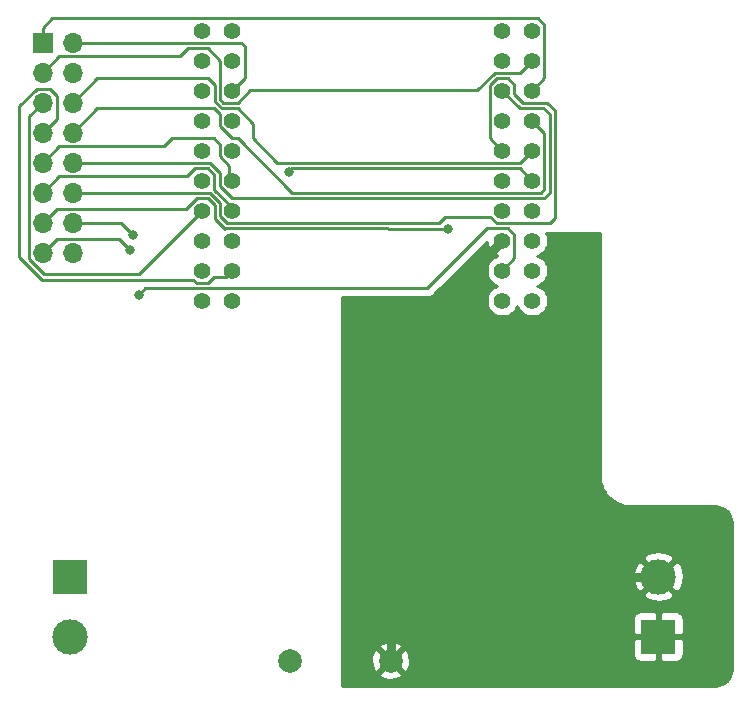
<source format=gbr>
%TF.GenerationSoftware,KiCad,Pcbnew,(5.1.9)-1*%
%TF.CreationDate,2021-04-28T16:43:29+10:00*%
%TF.ProjectId,ESP32-D1Mini-HUB75,45535033-322d-4443-914d-696e692d4855,rev?*%
%TF.SameCoordinates,Original*%
%TF.FileFunction,Copper,L1,Top*%
%TF.FilePolarity,Positive*%
%FSLAX46Y46*%
G04 Gerber Fmt 4.6, Leading zero omitted, Abs format (unit mm)*
G04 Created by KiCad (PCBNEW (5.1.9)-1) date 2021-04-28 16:43:29*
%MOMM*%
%LPD*%
G01*
G04 APERTURE LIST*
%TA.AperFunction,ComponentPad*%
%ADD10C,2.000000*%
%TD*%
%TA.AperFunction,ComponentPad*%
%ADD11C,1.400000*%
%TD*%
%TA.AperFunction,ComponentPad*%
%ADD12O,1.700000X1.700000*%
%TD*%
%TA.AperFunction,ComponentPad*%
%ADD13R,1.700000X1.700000*%
%TD*%
%TA.AperFunction,ComponentPad*%
%ADD14C,3.000000*%
%TD*%
%TA.AperFunction,ComponentPad*%
%ADD15R,3.000000X3.000000*%
%TD*%
%TA.AperFunction,ViaPad*%
%ADD16C,0.800000*%
%TD*%
%TA.AperFunction,Conductor*%
%ADD17C,0.750000*%
%TD*%
%TA.AperFunction,Conductor*%
%ADD18C,0.250000*%
%TD*%
%TA.AperFunction,Conductor*%
%ADD19C,0.254000*%
%TD*%
%TA.AperFunction,Conductor*%
%ADD20C,0.100000*%
%TD*%
G04 APERTURE END LIST*
D10*
%TO.P,J1,2*%
%TO.N,GND*%
X94810000Y-170180000D03*
%TO.P,J1,1*%
%TO.N,+5V*%
X103310000Y-170180000D03*
%TD*%
D11*
%TO.P,U1,2*%
%TO.N,Net-(U1-Pad2)*%
X89916000Y-116840000D03*
%TO.P,U1,1*%
%TO.N,GND*%
X87376000Y-116840000D03*
%TO.P,U1,3*%
%TO.N,Net-(U1-Pad3)*%
X87376000Y-119380000D03*
%TO.P,U1,4*%
%TO.N,Net-(U1-Pad4)*%
X89916000Y-119380000D03*
%TO.P,U1,5*%
%TO.N,Net-(U1-Pad5)*%
X87376000Y-121920000D03*
%TO.P,U1,6*%
%TO.N,/G0*%
X89916000Y-121920000D03*
%TO.P,U1,7*%
%TO.N,Net-(U1-Pad7)*%
X87376000Y-124460000D03*
%TO.P,U1,8*%
%TO.N,Net-(U1-Pad8)*%
X89916000Y-124460000D03*
%TO.P,U1,9*%
%TO.N,Net-(U1-Pad9)*%
X87376000Y-127000000D03*
%TO.P,U1,10*%
%TO.N,Net-(U1-Pad10)*%
X89916000Y-127000000D03*
%TO.P,U1,11*%
%TO.N,Net-(U1-Pad11)*%
X87376000Y-129540000D03*
%TO.P,U1,12*%
%TO.N,/A0*%
X89916000Y-129540000D03*
%TO.P,U1,13*%
%TO.N,/R1*%
X87376000Y-132080000D03*
%TO.P,U1,14*%
%TO.N,/A2*%
X89916000Y-132080000D03*
%TO.P,U1,15*%
%TO.N,Net-(U1-Pad15)*%
X87376000Y-134620000D03*
%TO.P,U1,16*%
%TO.N,Net-(U1-Pad16)*%
X89916000Y-134620000D03*
%TO.P,U1,17*%
%TO.N,Net-(U1-Pad17)*%
X87376000Y-137160000D03*
%TO.P,U1,18*%
%TO.N,/B1*%
X89916000Y-137160000D03*
%TO.P,U1,19*%
%TO.N,Net-(U1-Pad19)*%
X87376000Y-139700000D03*
%TO.P,U1,20*%
%TO.N,Net-(U1-Pad20)*%
X89916000Y-139700000D03*
%TO.P,U1,21*%
%TO.N,Net-(U1-Pad21)*%
X112776000Y-116840000D03*
%TO.P,U1,22*%
%TO.N,GND*%
X115316000Y-116840000D03*
%TO.P,U1,23*%
%TO.N,Net-(U1-Pad23)*%
X112776000Y-119380000D03*
%TO.P,U1,24*%
%TO.N,/B0*%
X115316000Y-119380000D03*
%TO.P,U1,25*%
%TO.N,/A1*%
X112776000Y-121920000D03*
%TO.P,U1,26*%
%TO.N,/R0*%
X115316000Y-121920000D03*
%TO.P,U1,27*%
%TO.N,Net-(U1-Pad27)*%
X112776000Y-124460000D03*
%TO.P,U1,28*%
%TO.N,/A4*%
X115316000Y-124460000D03*
%TO.P,U1,29*%
%TO.N,/A3*%
X112776000Y-127000000D03*
%TO.P,U1,30*%
%TO.N,/G1*%
X115316000Y-127000000D03*
%TO.P,U1,31*%
%TO.N,/Clock*%
X112776000Y-129540000D03*
%TO.P,U1,32*%
%TO.N,/Latch*%
X115316000Y-129540000D03*
%TO.P,U1,33*%
%TO.N,GND*%
X112776000Y-132080000D03*
%TO.P,U1,34*%
%TO.N,Net-(U1-Pad34)*%
X115316000Y-132080000D03*
%TO.P,U1,35*%
%TO.N,+5V*%
X112776000Y-134620000D03*
%TO.P,U1,36*%
%TO.N,Net-(U1-Pad36)*%
X115316000Y-134620000D03*
%TO.P,U1,37*%
%TO.N,/Blank*%
X112776000Y-137160000D03*
%TO.P,U1,38*%
%TO.N,Net-(U1-Pad38)*%
X115316000Y-137160000D03*
%TO.P,U1,39*%
%TO.N,Net-(U1-Pad39)*%
X112776000Y-139700000D03*
%TO.P,U1,40*%
%TO.N,Net-(U1-Pad40)*%
X115316000Y-139700000D03*
%TD*%
D12*
%TO.P,J4,16*%
%TO.N,GND*%
X76454000Y-135636000D03*
%TO.P,J4,15*%
%TO.N,/Blank*%
X73914000Y-135636000D03*
%TO.P,J4,14*%
%TO.N,/Latch*%
X76454000Y-133096000D03*
%TO.P,J4,13*%
%TO.N,/Clock*%
X73914000Y-133096000D03*
%TO.P,J4,12*%
%TO.N,/A3*%
X76454000Y-130556000D03*
%TO.P,J4,11*%
%TO.N,/A2*%
X73914000Y-130556000D03*
%TO.P,J4,10*%
%TO.N,/A1*%
X76454000Y-128016000D03*
%TO.P,J4,9*%
%TO.N,/A0*%
X73914000Y-128016000D03*
%TO.P,J4,8*%
%TO.N,/A4*%
X76454000Y-125476000D03*
%TO.P,J4,7*%
%TO.N,/B1*%
X73914000Y-125476000D03*
%TO.P,J4,6*%
%TO.N,/G1*%
X76454000Y-122936000D03*
%TO.P,J4,5*%
%TO.N,/R1*%
X73914000Y-122936000D03*
%TO.P,J4,4*%
%TO.N,GND*%
X76454000Y-120396000D03*
%TO.P,J4,3*%
%TO.N,/B0*%
X73914000Y-120396000D03*
%TO.P,J4,2*%
%TO.N,/G0*%
X76454000Y-117856000D03*
D13*
%TO.P,J4,1*%
%TO.N,/R0*%
X73914000Y-117856000D03*
%TD*%
D14*
%TO.P,J3,2*%
%TO.N,GND*%
X76200000Y-168148000D03*
D15*
%TO.P,J3,1*%
X76200000Y-163068000D03*
%TD*%
D14*
%TO.P,J2,2*%
%TO.N,+5V*%
X125984000Y-163068000D03*
D15*
%TO.P,J2,1*%
X125984000Y-168148000D03*
%TD*%
D16*
%TO.N,/Blank*%
X81280000Y-135382000D03*
X82042000Y-139192000D03*
%TO.N,/Latch*%
X81534000Y-134112000D03*
X94742000Y-128778000D03*
%TO.N,/Clock*%
X108204000Y-133604000D03*
%TD*%
D17*
%TO.N,+5V*%
X103310000Y-144086000D02*
X105283000Y-142113000D01*
X105283000Y-142113000D02*
X112776000Y-134620000D01*
X103242000Y-163068000D02*
X103310000Y-163000000D01*
X103310000Y-163000000D02*
X103310000Y-144086000D01*
X103310000Y-170180000D02*
X103310000Y-163000000D01*
X103378000Y-163068000D02*
X103310000Y-163000000D01*
X125984000Y-163068000D02*
X103378000Y-163068000D01*
D18*
%TO.N,/Blank*%
X75089001Y-134460999D02*
X80358999Y-134460999D01*
X73914000Y-135636000D02*
X75089001Y-134460999D01*
X80358999Y-134460999D02*
X81280000Y-135382000D01*
X82559001Y-138674999D02*
X106435001Y-138674999D01*
X82042000Y-139192000D02*
X82559001Y-138674999D01*
X111515001Y-133594999D02*
X113274999Y-133594999D01*
X106435001Y-138674999D02*
X111515001Y-133594999D01*
X113801001Y-136134999D02*
X112776000Y-137160000D01*
X113801001Y-134121001D02*
X113801001Y-136134999D01*
X113274999Y-133594999D02*
X113801001Y-134121001D01*
%TO.N,/Latch*%
X76454000Y-133096000D02*
X80518000Y-133096000D01*
X80518000Y-133096000D02*
X81534000Y-134112000D01*
X114290999Y-128514999D02*
X115316000Y-129540000D01*
X95005001Y-128514999D02*
X114290999Y-128514999D01*
X94742000Y-128778000D02*
X95005001Y-128514999D01*
%TO.N,/Clock*%
X86883999Y-131054999D02*
X87874999Y-131054999D01*
X73914000Y-133096000D02*
X75089001Y-131920999D01*
X75089001Y-131920999D02*
X86017999Y-131920999D01*
X86017999Y-131920999D02*
X86883999Y-131054999D01*
X88440988Y-132758401D02*
X89286587Y-133604000D01*
X88440988Y-131620988D02*
X88440988Y-132758401D01*
X87874999Y-131054999D02*
X88440988Y-131620988D01*
X89295588Y-133594999D02*
X103114999Y-133594999D01*
X89286587Y-133604000D02*
X89295588Y-133594999D01*
X103124000Y-133604000D02*
X103114999Y-133594999D01*
X108204000Y-133604000D02*
X103124000Y-133604000D01*
%TO.N,/A3*%
X112323986Y-120855012D02*
X111750999Y-121427999D01*
X112283999Y-133105001D02*
X116830999Y-133105001D01*
X76454000Y-130556000D02*
X76463001Y-130565001D01*
X76463001Y-130565001D02*
X88021412Y-130565001D01*
X88021412Y-130565001D02*
X88890999Y-131434588D01*
X88890999Y-131434588D02*
X88890999Y-132572002D01*
X88890999Y-132572002D02*
X89423998Y-133105001D01*
X89423998Y-133105001D02*
X107432999Y-133105001D01*
X111750999Y-125974999D02*
X112776000Y-127000000D01*
X111750999Y-121427999D02*
X111750999Y-125974999D01*
X113228014Y-120855012D02*
X112323986Y-120855012D01*
X113801001Y-121427999D02*
X113228014Y-120855012D01*
X113801001Y-122183001D02*
X113801001Y-121427999D01*
X116830999Y-133105001D02*
X117241023Y-132694977D01*
X114563001Y-122945001D02*
X113801001Y-122183001D01*
X116595001Y-122945001D02*
X114563001Y-122945001D01*
X111766998Y-132588000D02*
X112283999Y-133105001D01*
X117241023Y-123591023D02*
X116595001Y-122945001D01*
X107950000Y-132588000D02*
X111766998Y-132588000D01*
X117241023Y-132694977D02*
X117241023Y-123591023D01*
X107432999Y-133105001D02*
X107950000Y-132588000D01*
%TO.N,/A2*%
X89916000Y-131823178D02*
X89916000Y-132080000D01*
X88401001Y-129047999D02*
X88401001Y-130308179D01*
X86737586Y-128514999D02*
X87868001Y-128514999D01*
X75278999Y-129191001D02*
X86061584Y-129191001D01*
X87868001Y-128514999D02*
X88401001Y-129047999D01*
X86061584Y-129191001D02*
X86737586Y-128514999D01*
X73914000Y-130556000D02*
X75278999Y-129191001D01*
X88401001Y-130308179D02*
X89916000Y-131823178D01*
%TO.N,/A1*%
X114251012Y-123395012D02*
X112776000Y-121920000D01*
X116258012Y-123395012D02*
X114251012Y-123395012D01*
X116791012Y-130593984D02*
X116791012Y-123928012D01*
X116791012Y-123928012D02*
X116258012Y-123395012D01*
X116329997Y-131054999D02*
X116791012Y-130593984D01*
X89913997Y-131054999D02*
X116329997Y-131054999D01*
X88890999Y-130032001D02*
X89913997Y-131054999D01*
X88890999Y-128901586D02*
X88890999Y-130032001D01*
X86923986Y-128064988D02*
X88054401Y-128064988D01*
X86874997Y-128015999D02*
X86923986Y-128064988D01*
X76454000Y-128016000D02*
X86874997Y-128015999D01*
X88054401Y-128064988D02*
X88890999Y-128901586D01*
%TO.N,/A0*%
X73914000Y-128016000D02*
X75278999Y-126651001D01*
X75278999Y-126651001D02*
X84168999Y-126651001D01*
X88890999Y-127492001D02*
X89668998Y-128270000D01*
X88890999Y-126507999D02*
X88890999Y-127492001D01*
X88357999Y-125974999D02*
X88890999Y-126507999D01*
X84845001Y-125974999D02*
X88357999Y-125974999D01*
X84168999Y-126651001D02*
X84845001Y-125974999D01*
X89668998Y-129292998D02*
X89916000Y-129540000D01*
X89668998Y-128270000D02*
X89668998Y-129292998D01*
%TO.N,/A4*%
X76454000Y-125476000D02*
X76463001Y-125485001D01*
X116341001Y-125485001D02*
X115316000Y-124460000D01*
X116341001Y-130292999D02*
X116341001Y-125485001D01*
X116068999Y-130565001D02*
X116341001Y-130292999D01*
X78495001Y-123434999D02*
X88380179Y-123434999D01*
X76454000Y-125476000D02*
X78495001Y-123434999D01*
X89913997Y-125974999D02*
X90414999Y-125974999D01*
X88890999Y-124952001D02*
X89913997Y-125974999D01*
X88890999Y-123945819D02*
X88890999Y-124952001D01*
X88380179Y-123434999D02*
X88890999Y-123945819D01*
X95005001Y-130565001D02*
X95513001Y-130565001D01*
X90414999Y-125974999D02*
X95005001Y-130565001D01*
X95513001Y-130565001D02*
X116068999Y-130565001D01*
%TO.N,/B1*%
X73349999Y-121760999D02*
X71882000Y-123228998D01*
X74478001Y-121760999D02*
X73349999Y-121760999D01*
X75089001Y-122371999D02*
X74478001Y-121760999D01*
X75089001Y-124300999D02*
X75089001Y-122371999D01*
X73914000Y-125476000D02*
X75089001Y-124300999D01*
X71882000Y-135979412D02*
X73824588Y-137922000D01*
X71882000Y-123228998D02*
X71882000Y-135979412D01*
X87868001Y-138185001D02*
X88385002Y-137668000D01*
X86883999Y-138185001D02*
X87868001Y-138185001D01*
X86620998Y-137922000D02*
X86883999Y-138185001D01*
X89408000Y-137668000D02*
X89916000Y-137160000D01*
X88385002Y-137668000D02*
X89408000Y-137668000D01*
X73824588Y-137922000D02*
X86620998Y-137922000D01*
%TO.N,/G1*%
X76454000Y-122936000D02*
X76952999Y-123434999D01*
X114290999Y-128025001D02*
X115316000Y-127000000D01*
X93735001Y-128025001D02*
X114290999Y-128025001D01*
X91684999Y-125974999D02*
X93735001Y-128025001D01*
X78495001Y-120894999D02*
X87874999Y-120894999D01*
X76454000Y-122936000D02*
X78495001Y-120894999D01*
X91684999Y-124711997D02*
X91684999Y-125974999D01*
X90408001Y-123434999D02*
X91684999Y-124711997D01*
X89016589Y-123434999D02*
X90408001Y-123434999D01*
X88440990Y-122859400D02*
X89016589Y-123434999D01*
X88440990Y-121460990D02*
X88440990Y-122859400D01*
X87874999Y-120894999D02*
X88440990Y-121460990D01*
%TO.N,/R1*%
X72738999Y-136200001D02*
X73952998Y-137414000D01*
X72738999Y-124111001D02*
X72738999Y-136200001D01*
X73914000Y-122936000D02*
X72738999Y-124111001D01*
X82042000Y-137414000D02*
X87376000Y-132080000D01*
X73952998Y-137414000D02*
X82042000Y-137414000D01*
%TO.N,/B0*%
X89163001Y-122945001D02*
X90408001Y-122945001D01*
X88890999Y-122672999D02*
X89163001Y-122945001D01*
X90408001Y-122945001D02*
X91440000Y-121913002D01*
X88890999Y-119377997D02*
X88890999Y-122672999D01*
X87868001Y-118354999D02*
X88890999Y-119377997D01*
X86186001Y-118354999D02*
X87868001Y-118354999D01*
X85509999Y-119031001D02*
X86186001Y-118354999D01*
X75278999Y-119031001D02*
X85509999Y-119031001D01*
X73914000Y-120396000D02*
X75278999Y-119031001D01*
X110629585Y-121913002D02*
X112146587Y-120396000D01*
X91440000Y-121913002D02*
X110629585Y-121913002D01*
X112274998Y-120396000D02*
X112283999Y-120405001D01*
X112283999Y-120405001D02*
X114290999Y-120405001D01*
X114290999Y-120405001D02*
X115316000Y-119380000D01*
X112146587Y-120396000D02*
X112274998Y-120396000D01*
%TO.N,/G0*%
X76454000Y-117856000D02*
X76463001Y-117865001D01*
X90677391Y-117865001D02*
X90989990Y-118177600D01*
X87385001Y-117865001D02*
X90677391Y-117865001D01*
X76463001Y-117865001D02*
X87385001Y-117865001D01*
X87385001Y-117865001D02*
X87639001Y-117865001D01*
X90989990Y-120846010D02*
X89916000Y-121920000D01*
X90989990Y-118177600D02*
X90989990Y-120846010D01*
%TO.N,/R0*%
X116341001Y-120894999D02*
X115316000Y-121920000D01*
X115808001Y-115814999D02*
X116341001Y-116347999D01*
X74685001Y-115814999D02*
X115808001Y-115814999D01*
X73914000Y-116586000D02*
X74685001Y-115814999D01*
X116341001Y-116347999D02*
X116341001Y-120894999D01*
X73914000Y-117856000D02*
X73914000Y-116586000D01*
%TD*%
D19*
%TO.N,+5V*%
X121006000Y-154464418D02*
X121008854Y-154493396D01*
X121008766Y-154506003D01*
X121009665Y-154515174D01*
X121051118Y-154909577D01*
X121063148Y-154968183D01*
X121074355Y-155026935D01*
X121077019Y-155035757D01*
X121194290Y-155414599D01*
X121217474Y-155469750D01*
X121239880Y-155525208D01*
X121244206Y-155533345D01*
X121432828Y-155882193D01*
X121466283Y-155931792D01*
X121499032Y-155981838D01*
X121504855Y-155988977D01*
X121504858Y-155988981D01*
X121504862Y-155988985D01*
X121757644Y-156294547D01*
X121800061Y-156336669D01*
X121841943Y-156379438D01*
X121849044Y-156385311D01*
X122156369Y-156635960D01*
X122206178Y-156669052D01*
X122255550Y-156702859D01*
X122263656Y-156707241D01*
X122613813Y-156893423D01*
X122669105Y-156916212D01*
X122724101Y-156939784D01*
X122732905Y-156942509D01*
X123112556Y-157057132D01*
X123171250Y-157068754D01*
X123229747Y-157081188D01*
X123238911Y-157082151D01*
X123633596Y-157120850D01*
X123633598Y-157120850D01*
X123665581Y-157124000D01*
X130777721Y-157124000D01*
X131075875Y-157153234D01*
X131331622Y-157230448D01*
X131567504Y-157355869D01*
X131774530Y-157524716D01*
X131944813Y-157730554D01*
X132071879Y-157965556D01*
X132150876Y-158220756D01*
X132182001Y-158516891D01*
X132182000Y-170909721D01*
X132152766Y-171207876D01*
X132075551Y-171463624D01*
X131950131Y-171699504D01*
X131781289Y-171906525D01*
X131575446Y-172076813D01*
X131340444Y-172203879D01*
X131085240Y-172282877D01*
X130789118Y-172314000D01*
X99187000Y-172314000D01*
X99187000Y-171315413D01*
X102354192Y-171315413D01*
X102449956Y-171579814D01*
X102739571Y-171720704D01*
X103051108Y-171802384D01*
X103372595Y-171821718D01*
X103691675Y-171777961D01*
X103996088Y-171672795D01*
X104170044Y-171579814D01*
X104265808Y-171315413D01*
X103310000Y-170359605D01*
X102354192Y-171315413D01*
X99187000Y-171315413D01*
X99187000Y-170242595D01*
X101668282Y-170242595D01*
X101712039Y-170561675D01*
X101817205Y-170866088D01*
X101910186Y-171040044D01*
X102174587Y-171135808D01*
X103130395Y-170180000D01*
X103489605Y-170180000D01*
X104445413Y-171135808D01*
X104709814Y-171040044D01*
X104850704Y-170750429D01*
X104932384Y-170438892D01*
X104951718Y-170117405D01*
X104907961Y-169798325D01*
X104856029Y-169648000D01*
X123845928Y-169648000D01*
X123858188Y-169772482D01*
X123894498Y-169892180D01*
X123953463Y-170002494D01*
X124032815Y-170099185D01*
X124129506Y-170178537D01*
X124239820Y-170237502D01*
X124359518Y-170273812D01*
X124484000Y-170286072D01*
X125698250Y-170283000D01*
X125857000Y-170124250D01*
X125857000Y-168275000D01*
X126111000Y-168275000D01*
X126111000Y-170124250D01*
X126269750Y-170283000D01*
X127484000Y-170286072D01*
X127608482Y-170273812D01*
X127728180Y-170237502D01*
X127838494Y-170178537D01*
X127935185Y-170099185D01*
X128014537Y-170002494D01*
X128073502Y-169892180D01*
X128109812Y-169772482D01*
X128122072Y-169648000D01*
X128119000Y-168433750D01*
X127960250Y-168275000D01*
X126111000Y-168275000D01*
X125857000Y-168275000D01*
X124007750Y-168275000D01*
X123849000Y-168433750D01*
X123845928Y-169648000D01*
X104856029Y-169648000D01*
X104802795Y-169493912D01*
X104709814Y-169319956D01*
X104445413Y-169224192D01*
X103489605Y-170180000D01*
X103130395Y-170180000D01*
X102174587Y-169224192D01*
X101910186Y-169319956D01*
X101769296Y-169609571D01*
X101687616Y-169921108D01*
X101668282Y-170242595D01*
X99187000Y-170242595D01*
X99187000Y-169044587D01*
X102354192Y-169044587D01*
X103310000Y-170000395D01*
X104265808Y-169044587D01*
X104170044Y-168780186D01*
X103880429Y-168639296D01*
X103568892Y-168557616D01*
X103247405Y-168538282D01*
X102928325Y-168582039D01*
X102623912Y-168687205D01*
X102449956Y-168780186D01*
X102354192Y-169044587D01*
X99187000Y-169044587D01*
X99187000Y-166648000D01*
X123845928Y-166648000D01*
X123849000Y-167862250D01*
X124007750Y-168021000D01*
X125857000Y-168021000D01*
X125857000Y-166171750D01*
X126111000Y-166171750D01*
X126111000Y-168021000D01*
X127960250Y-168021000D01*
X128119000Y-167862250D01*
X128122072Y-166648000D01*
X128109812Y-166523518D01*
X128073502Y-166403820D01*
X128014537Y-166293506D01*
X127935185Y-166196815D01*
X127838494Y-166117463D01*
X127728180Y-166058498D01*
X127608482Y-166022188D01*
X127484000Y-166009928D01*
X126269750Y-166013000D01*
X126111000Y-166171750D01*
X125857000Y-166171750D01*
X125698250Y-166013000D01*
X124484000Y-166009928D01*
X124359518Y-166022188D01*
X124239820Y-166058498D01*
X124129506Y-166117463D01*
X124032815Y-166196815D01*
X123953463Y-166293506D01*
X123894498Y-166403820D01*
X123858188Y-166523518D01*
X123845928Y-166648000D01*
X99187000Y-166648000D01*
X99187000Y-164559653D01*
X124671952Y-164559653D01*
X124827962Y-164875214D01*
X125202745Y-165066020D01*
X125607551Y-165180044D01*
X126026824Y-165212902D01*
X126444451Y-165163334D01*
X126844383Y-165033243D01*
X127140038Y-164875214D01*
X127296048Y-164559653D01*
X125984000Y-163247605D01*
X124671952Y-164559653D01*
X99187000Y-164559653D01*
X99187000Y-163110824D01*
X123839098Y-163110824D01*
X123888666Y-163528451D01*
X124018757Y-163928383D01*
X124176786Y-164224038D01*
X124492347Y-164380048D01*
X125804395Y-163068000D01*
X126163605Y-163068000D01*
X127475653Y-164380048D01*
X127791214Y-164224038D01*
X127982020Y-163849255D01*
X128096044Y-163444449D01*
X128128902Y-163025176D01*
X128079334Y-162607549D01*
X127949243Y-162207617D01*
X127791214Y-161911962D01*
X127475653Y-161755952D01*
X126163605Y-163068000D01*
X125804395Y-163068000D01*
X124492347Y-161755952D01*
X124176786Y-161911962D01*
X123985980Y-162286745D01*
X123871956Y-162691551D01*
X123839098Y-163110824D01*
X99187000Y-163110824D01*
X99187000Y-161576347D01*
X124671952Y-161576347D01*
X125984000Y-162888395D01*
X127296048Y-161576347D01*
X127140038Y-161260786D01*
X126765255Y-161069980D01*
X126360449Y-160955956D01*
X125941176Y-160923098D01*
X125523549Y-160972666D01*
X125123617Y-161102757D01*
X124827962Y-161260786D01*
X124671952Y-161576347D01*
X99187000Y-161576347D01*
X99187000Y-139434999D01*
X106397679Y-139434999D01*
X106435001Y-139438675D01*
X106472323Y-139434999D01*
X106472334Y-139434999D01*
X106583987Y-139424002D01*
X106727248Y-139380545D01*
X106859277Y-139309973D01*
X106975002Y-139215000D01*
X106998805Y-139185996D01*
X111443817Y-134740985D01*
X111476875Y-134954344D01*
X111567065Y-135201366D01*
X111620963Y-135302203D01*
X111854731Y-135361664D01*
X112596395Y-134620000D01*
X112582253Y-134605858D01*
X112761858Y-134426253D01*
X112776000Y-134440395D01*
X112790143Y-134426253D01*
X112969748Y-134605858D01*
X112955605Y-134620000D01*
X112969748Y-134634143D01*
X112790143Y-134813748D01*
X112776000Y-134799605D01*
X112034336Y-135541269D01*
X112093797Y-135775037D01*
X112332242Y-135885934D01*
X112351827Y-135890706D01*
X112143641Y-135976939D01*
X111924987Y-136123038D01*
X111739038Y-136308987D01*
X111592939Y-136527641D01*
X111492304Y-136770595D01*
X111441000Y-137028514D01*
X111441000Y-137291486D01*
X111492304Y-137549405D01*
X111592939Y-137792359D01*
X111739038Y-138011013D01*
X111924987Y-138196962D01*
X112143641Y-138343061D01*
X112353530Y-138430000D01*
X112143641Y-138516939D01*
X111924987Y-138663038D01*
X111739038Y-138848987D01*
X111592939Y-139067641D01*
X111492304Y-139310595D01*
X111441000Y-139568514D01*
X111441000Y-139831486D01*
X111492304Y-140089405D01*
X111592939Y-140332359D01*
X111739038Y-140551013D01*
X111924987Y-140736962D01*
X112143641Y-140883061D01*
X112386595Y-140983696D01*
X112644514Y-141035000D01*
X112907486Y-141035000D01*
X113165405Y-140983696D01*
X113408359Y-140883061D01*
X113627013Y-140736962D01*
X113812962Y-140551013D01*
X113959061Y-140332359D01*
X114046000Y-140122470D01*
X114132939Y-140332359D01*
X114279038Y-140551013D01*
X114464987Y-140736962D01*
X114683641Y-140883061D01*
X114926595Y-140983696D01*
X115184514Y-141035000D01*
X115447486Y-141035000D01*
X115705405Y-140983696D01*
X115948359Y-140883061D01*
X116167013Y-140736962D01*
X116352962Y-140551013D01*
X116499061Y-140332359D01*
X116599696Y-140089405D01*
X116651000Y-139831486D01*
X116651000Y-139568514D01*
X116599696Y-139310595D01*
X116499061Y-139067641D01*
X116352962Y-138848987D01*
X116167013Y-138663038D01*
X115948359Y-138516939D01*
X115738470Y-138430000D01*
X115948359Y-138343061D01*
X116167013Y-138196962D01*
X116352962Y-138011013D01*
X116499061Y-137792359D01*
X116599696Y-137549405D01*
X116651000Y-137291486D01*
X116651000Y-137028514D01*
X116599696Y-136770595D01*
X116499061Y-136527641D01*
X116352962Y-136308987D01*
X116167013Y-136123038D01*
X115948359Y-135976939D01*
X115738470Y-135890000D01*
X115948359Y-135803061D01*
X116167013Y-135656962D01*
X116352962Y-135471013D01*
X116499061Y-135252359D01*
X116599696Y-135009405D01*
X116651000Y-134751486D01*
X116651000Y-134488514D01*
X116599696Y-134230595D01*
X116499061Y-133987641D01*
X116497296Y-133985000D01*
X121006000Y-133985000D01*
X121006000Y-154464418D01*
%TA.AperFunction,Conductor*%
D20*
G36*
X121006000Y-154464418D02*
G01*
X121008854Y-154493396D01*
X121008766Y-154506003D01*
X121009665Y-154515174D01*
X121051118Y-154909577D01*
X121063148Y-154968183D01*
X121074355Y-155026935D01*
X121077019Y-155035757D01*
X121194290Y-155414599D01*
X121217474Y-155469750D01*
X121239880Y-155525208D01*
X121244206Y-155533345D01*
X121432828Y-155882193D01*
X121466283Y-155931792D01*
X121499032Y-155981838D01*
X121504855Y-155988977D01*
X121504858Y-155988981D01*
X121504862Y-155988985D01*
X121757644Y-156294547D01*
X121800061Y-156336669D01*
X121841943Y-156379438D01*
X121849044Y-156385311D01*
X122156369Y-156635960D01*
X122206178Y-156669052D01*
X122255550Y-156702859D01*
X122263656Y-156707241D01*
X122613813Y-156893423D01*
X122669105Y-156916212D01*
X122724101Y-156939784D01*
X122732905Y-156942509D01*
X123112556Y-157057132D01*
X123171250Y-157068754D01*
X123229747Y-157081188D01*
X123238911Y-157082151D01*
X123633596Y-157120850D01*
X123633598Y-157120850D01*
X123665581Y-157124000D01*
X130777721Y-157124000D01*
X131075875Y-157153234D01*
X131331622Y-157230448D01*
X131567504Y-157355869D01*
X131774530Y-157524716D01*
X131944813Y-157730554D01*
X132071879Y-157965556D01*
X132150876Y-158220756D01*
X132182001Y-158516891D01*
X132182000Y-170909721D01*
X132152766Y-171207876D01*
X132075551Y-171463624D01*
X131950131Y-171699504D01*
X131781289Y-171906525D01*
X131575446Y-172076813D01*
X131340444Y-172203879D01*
X131085240Y-172282877D01*
X130789118Y-172314000D01*
X99187000Y-172314000D01*
X99187000Y-171315413D01*
X102354192Y-171315413D01*
X102449956Y-171579814D01*
X102739571Y-171720704D01*
X103051108Y-171802384D01*
X103372595Y-171821718D01*
X103691675Y-171777961D01*
X103996088Y-171672795D01*
X104170044Y-171579814D01*
X104265808Y-171315413D01*
X103310000Y-170359605D01*
X102354192Y-171315413D01*
X99187000Y-171315413D01*
X99187000Y-170242595D01*
X101668282Y-170242595D01*
X101712039Y-170561675D01*
X101817205Y-170866088D01*
X101910186Y-171040044D01*
X102174587Y-171135808D01*
X103130395Y-170180000D01*
X103489605Y-170180000D01*
X104445413Y-171135808D01*
X104709814Y-171040044D01*
X104850704Y-170750429D01*
X104932384Y-170438892D01*
X104951718Y-170117405D01*
X104907961Y-169798325D01*
X104856029Y-169648000D01*
X123845928Y-169648000D01*
X123858188Y-169772482D01*
X123894498Y-169892180D01*
X123953463Y-170002494D01*
X124032815Y-170099185D01*
X124129506Y-170178537D01*
X124239820Y-170237502D01*
X124359518Y-170273812D01*
X124484000Y-170286072D01*
X125698250Y-170283000D01*
X125857000Y-170124250D01*
X125857000Y-168275000D01*
X126111000Y-168275000D01*
X126111000Y-170124250D01*
X126269750Y-170283000D01*
X127484000Y-170286072D01*
X127608482Y-170273812D01*
X127728180Y-170237502D01*
X127838494Y-170178537D01*
X127935185Y-170099185D01*
X128014537Y-170002494D01*
X128073502Y-169892180D01*
X128109812Y-169772482D01*
X128122072Y-169648000D01*
X128119000Y-168433750D01*
X127960250Y-168275000D01*
X126111000Y-168275000D01*
X125857000Y-168275000D01*
X124007750Y-168275000D01*
X123849000Y-168433750D01*
X123845928Y-169648000D01*
X104856029Y-169648000D01*
X104802795Y-169493912D01*
X104709814Y-169319956D01*
X104445413Y-169224192D01*
X103489605Y-170180000D01*
X103130395Y-170180000D01*
X102174587Y-169224192D01*
X101910186Y-169319956D01*
X101769296Y-169609571D01*
X101687616Y-169921108D01*
X101668282Y-170242595D01*
X99187000Y-170242595D01*
X99187000Y-169044587D01*
X102354192Y-169044587D01*
X103310000Y-170000395D01*
X104265808Y-169044587D01*
X104170044Y-168780186D01*
X103880429Y-168639296D01*
X103568892Y-168557616D01*
X103247405Y-168538282D01*
X102928325Y-168582039D01*
X102623912Y-168687205D01*
X102449956Y-168780186D01*
X102354192Y-169044587D01*
X99187000Y-169044587D01*
X99187000Y-166648000D01*
X123845928Y-166648000D01*
X123849000Y-167862250D01*
X124007750Y-168021000D01*
X125857000Y-168021000D01*
X125857000Y-166171750D01*
X126111000Y-166171750D01*
X126111000Y-168021000D01*
X127960250Y-168021000D01*
X128119000Y-167862250D01*
X128122072Y-166648000D01*
X128109812Y-166523518D01*
X128073502Y-166403820D01*
X128014537Y-166293506D01*
X127935185Y-166196815D01*
X127838494Y-166117463D01*
X127728180Y-166058498D01*
X127608482Y-166022188D01*
X127484000Y-166009928D01*
X126269750Y-166013000D01*
X126111000Y-166171750D01*
X125857000Y-166171750D01*
X125698250Y-166013000D01*
X124484000Y-166009928D01*
X124359518Y-166022188D01*
X124239820Y-166058498D01*
X124129506Y-166117463D01*
X124032815Y-166196815D01*
X123953463Y-166293506D01*
X123894498Y-166403820D01*
X123858188Y-166523518D01*
X123845928Y-166648000D01*
X99187000Y-166648000D01*
X99187000Y-164559653D01*
X124671952Y-164559653D01*
X124827962Y-164875214D01*
X125202745Y-165066020D01*
X125607551Y-165180044D01*
X126026824Y-165212902D01*
X126444451Y-165163334D01*
X126844383Y-165033243D01*
X127140038Y-164875214D01*
X127296048Y-164559653D01*
X125984000Y-163247605D01*
X124671952Y-164559653D01*
X99187000Y-164559653D01*
X99187000Y-163110824D01*
X123839098Y-163110824D01*
X123888666Y-163528451D01*
X124018757Y-163928383D01*
X124176786Y-164224038D01*
X124492347Y-164380048D01*
X125804395Y-163068000D01*
X126163605Y-163068000D01*
X127475653Y-164380048D01*
X127791214Y-164224038D01*
X127982020Y-163849255D01*
X128096044Y-163444449D01*
X128128902Y-163025176D01*
X128079334Y-162607549D01*
X127949243Y-162207617D01*
X127791214Y-161911962D01*
X127475653Y-161755952D01*
X126163605Y-163068000D01*
X125804395Y-163068000D01*
X124492347Y-161755952D01*
X124176786Y-161911962D01*
X123985980Y-162286745D01*
X123871956Y-162691551D01*
X123839098Y-163110824D01*
X99187000Y-163110824D01*
X99187000Y-161576347D01*
X124671952Y-161576347D01*
X125984000Y-162888395D01*
X127296048Y-161576347D01*
X127140038Y-161260786D01*
X126765255Y-161069980D01*
X126360449Y-160955956D01*
X125941176Y-160923098D01*
X125523549Y-160972666D01*
X125123617Y-161102757D01*
X124827962Y-161260786D01*
X124671952Y-161576347D01*
X99187000Y-161576347D01*
X99187000Y-139434999D01*
X106397679Y-139434999D01*
X106435001Y-139438675D01*
X106472323Y-139434999D01*
X106472334Y-139434999D01*
X106583987Y-139424002D01*
X106727248Y-139380545D01*
X106859277Y-139309973D01*
X106975002Y-139215000D01*
X106998805Y-139185996D01*
X111443817Y-134740985D01*
X111476875Y-134954344D01*
X111567065Y-135201366D01*
X111620963Y-135302203D01*
X111854731Y-135361664D01*
X112596395Y-134620000D01*
X112582253Y-134605858D01*
X112761858Y-134426253D01*
X112776000Y-134440395D01*
X112790143Y-134426253D01*
X112969748Y-134605858D01*
X112955605Y-134620000D01*
X112969748Y-134634143D01*
X112790143Y-134813748D01*
X112776000Y-134799605D01*
X112034336Y-135541269D01*
X112093797Y-135775037D01*
X112332242Y-135885934D01*
X112351827Y-135890706D01*
X112143641Y-135976939D01*
X111924987Y-136123038D01*
X111739038Y-136308987D01*
X111592939Y-136527641D01*
X111492304Y-136770595D01*
X111441000Y-137028514D01*
X111441000Y-137291486D01*
X111492304Y-137549405D01*
X111592939Y-137792359D01*
X111739038Y-138011013D01*
X111924987Y-138196962D01*
X112143641Y-138343061D01*
X112353530Y-138430000D01*
X112143641Y-138516939D01*
X111924987Y-138663038D01*
X111739038Y-138848987D01*
X111592939Y-139067641D01*
X111492304Y-139310595D01*
X111441000Y-139568514D01*
X111441000Y-139831486D01*
X111492304Y-140089405D01*
X111592939Y-140332359D01*
X111739038Y-140551013D01*
X111924987Y-140736962D01*
X112143641Y-140883061D01*
X112386595Y-140983696D01*
X112644514Y-141035000D01*
X112907486Y-141035000D01*
X113165405Y-140983696D01*
X113408359Y-140883061D01*
X113627013Y-140736962D01*
X113812962Y-140551013D01*
X113959061Y-140332359D01*
X114046000Y-140122470D01*
X114132939Y-140332359D01*
X114279038Y-140551013D01*
X114464987Y-140736962D01*
X114683641Y-140883061D01*
X114926595Y-140983696D01*
X115184514Y-141035000D01*
X115447486Y-141035000D01*
X115705405Y-140983696D01*
X115948359Y-140883061D01*
X116167013Y-140736962D01*
X116352962Y-140551013D01*
X116499061Y-140332359D01*
X116599696Y-140089405D01*
X116651000Y-139831486D01*
X116651000Y-139568514D01*
X116599696Y-139310595D01*
X116499061Y-139067641D01*
X116352962Y-138848987D01*
X116167013Y-138663038D01*
X115948359Y-138516939D01*
X115738470Y-138430000D01*
X115948359Y-138343061D01*
X116167013Y-138196962D01*
X116352962Y-138011013D01*
X116499061Y-137792359D01*
X116599696Y-137549405D01*
X116651000Y-137291486D01*
X116651000Y-137028514D01*
X116599696Y-136770595D01*
X116499061Y-136527641D01*
X116352962Y-136308987D01*
X116167013Y-136123038D01*
X115948359Y-135976939D01*
X115738470Y-135890000D01*
X115948359Y-135803061D01*
X116167013Y-135656962D01*
X116352962Y-135471013D01*
X116499061Y-135252359D01*
X116599696Y-135009405D01*
X116651000Y-134751486D01*
X116651000Y-134488514D01*
X116599696Y-134230595D01*
X116499061Y-133987641D01*
X116497296Y-133985000D01*
X121006000Y-133985000D01*
X121006000Y-154464418D01*
G37*
%TD.AperFunction*%
%TD*%
M02*

</source>
